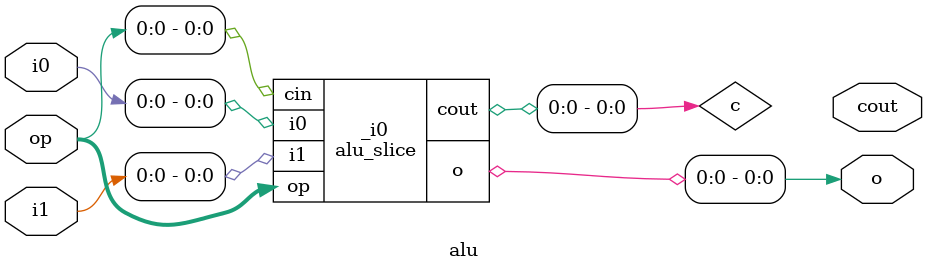
<source format=v>
module fa (input wire i0, i1, cin, output wire sum, cout);
   wire t0, t1, t2;
   xor3 _i0 (               );
   and2 _i1 (               );
   and2 _i2 (               );
   and2 _i3 (               );
   or3 _i4 (            );
endmodule



module addsub (input wire addsub, i0, i1, cin, output wire sumdiff, cout);
  wire t;
  fa _i0 (                  );
  xor2 _i1 (                );
endmodule



module alu_slice (input wire [1:0] op, input wire i0, i1, cin, output wire o, cout);
   wire t_sumdiff, t_and, t_or, t_andor;
   addsub _i0 (                          );
 



  and2 _i1 (            );
   or2 _i2 (             );
   mux2 _i3 (            );
   mux2 _i4 (            );
endmodule

module alu (input wire [1:0] op, input wire [15:0] i0, i1,
    output wire [15:0] o, output wire cout);
   wire	[14:0] c;
   alu_slice _i0 (op, i0[0], i1[0], op[0] , o[0], c[0]);
   alu_slice _i1 (                                 );
   alu_slice _i2 (                                  );
   alu_slice _i3 (                                   );
   alu_slice _i4 (                                   );
   alu_slice _i5 (                                    );
   alu_slice _i6 (                                    );
   alu_slice _i7 (                                    );
   alu_slice _i8 (                                    );
   alu_slice _i9 (                                    );
   alu_slice _i10 (                                   );
   alu_slice _i11 (                                   );
   alu_slice _i12 (                                   );
   alu_slice _i13 (                                   );
   alu_slice _i14 (                                   );
   alu_slice _i15 (                                    );
endmodule

</source>
